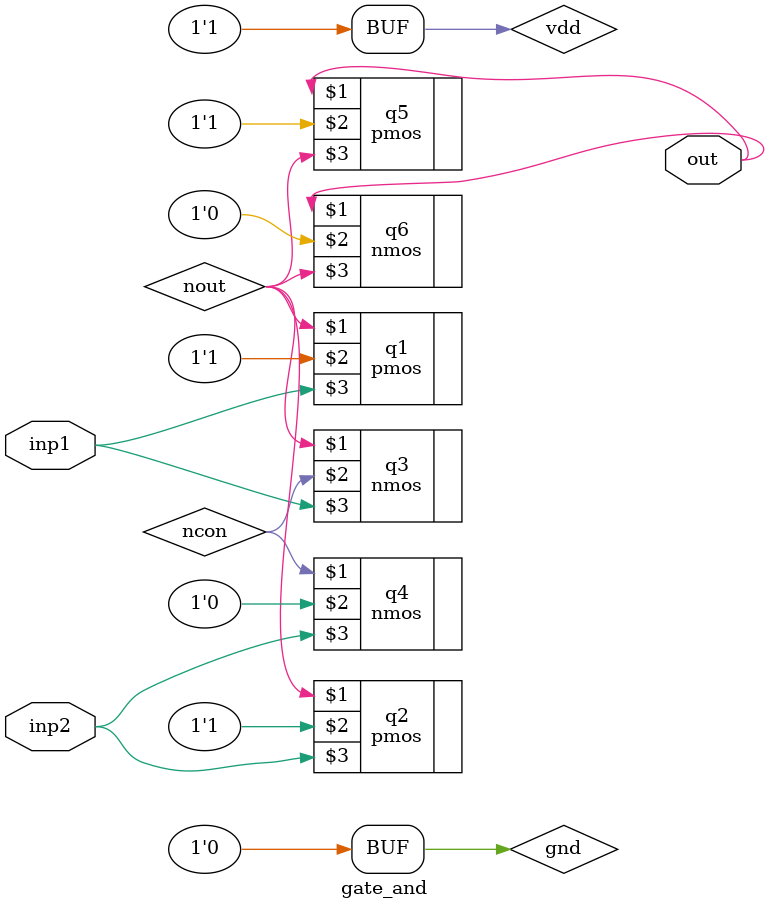
<source format=v>

/*
 * Transistor logic: output, input, control
 * PNP: drain, source, gate
 * NPN: source, drain, gate
 *
 * IHS <3
 */

module gate_and (inp1, inp2, out);

    supply0 gnd;
    supply1 vdd;

    input  inp1;
    input  inp2;
    output out ;
    
    // NAND gate.
    wire ncon;
    wire nout;

    pmos q1(nout, vdd, inp1);
    pmos q2(nout, vdd, inp2);

    nmos q3(nout, ncon, inp1);
    nmos q4(ncon, gnd, inp2);
    
    // NOT gate (inverter).
    pmos q5(out, vdd, nout);
    nmos q6(out, gnd, nout);
    
endmodule



</source>
